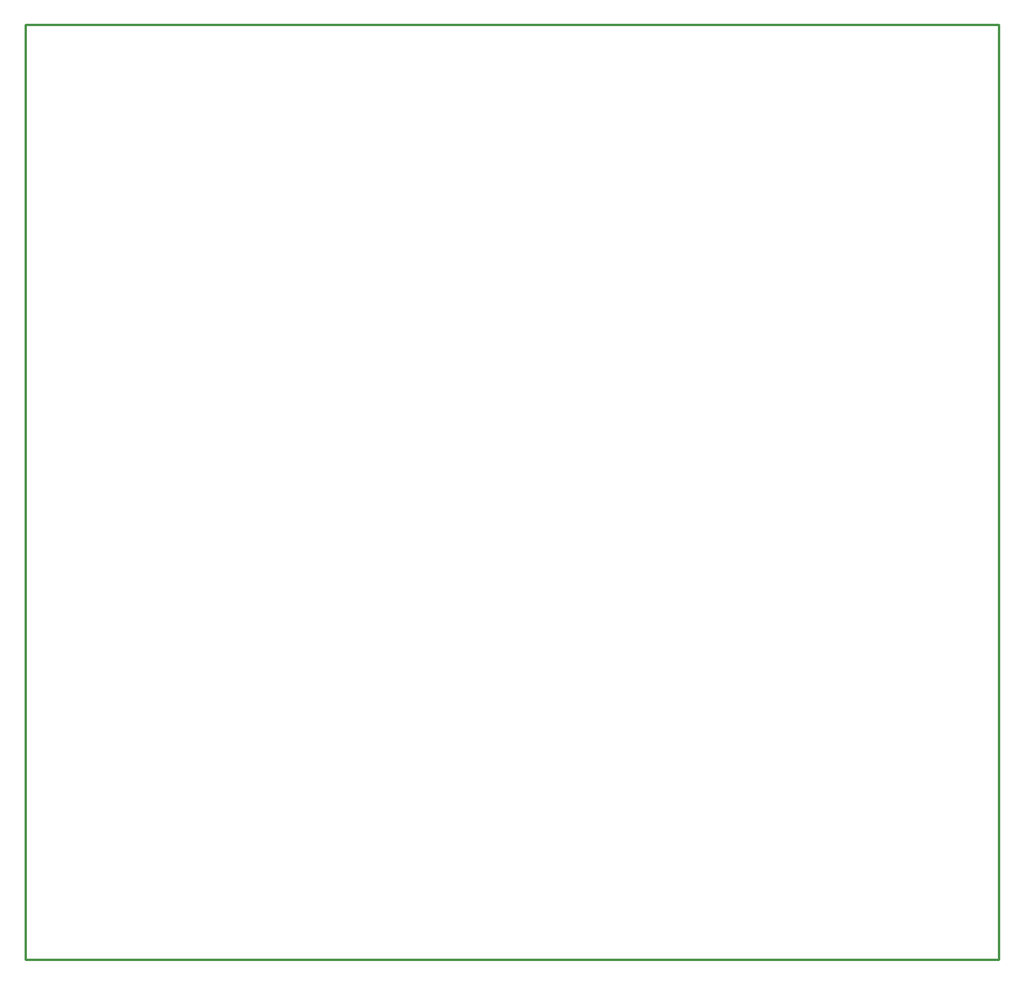
<source format=gko>
G04 Layer: BoardOutlineLayer*
G04 EasyEDA v6.5.48, 2025-04-08 18:08:43*
G04 5d643108938d4fa08da35c650146ece2,1325da5ee82d4c18a3c5ed8750efaddb,10*
G04 Gerber Generator version 0.2*
G04 Scale: 100 percent, Rotated: No, Reflected: No *
G04 Dimensions in millimeters *
G04 leading zeros omitted , absolute positions ,4 integer and 5 decimal *
%FSLAX45Y45*%
%MOMM*%

%ADD10C,0.2540*%
D10*
X0Y0D02*
G01*
X10399979Y0D01*
X10399979Y-9999979D01*
X0Y-9999979D01*
X0Y0D01*

%LPD*%
M02*

</source>
